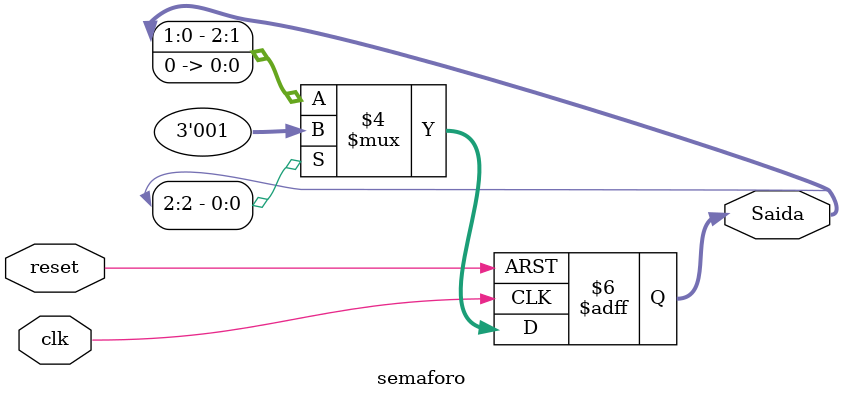
<source format=sv>
parameter NBITS_COUNT = 3;
module semaforo(
    input logic clk, reset,
  output logic [NBITS_COUNT-1:0] Saida);

  always_ff @(posedge reset or posedge clk) begin
      if(reset)
          Saida <= 1;
      else
        if(Saida[NBITS_COUNT-1])
          Saida <= 1;
          else
          Saida <= Saida << 1;
    end
endmodule
</source>
